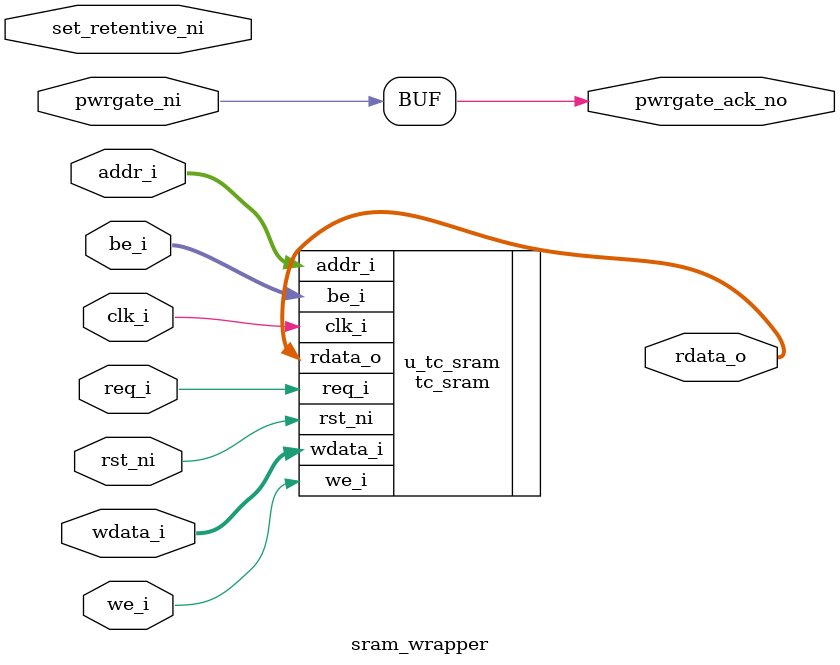
<source format=sv>

module sram_wrapper #(
    parameter int unsigned NumWords = 32'd1024,  // Number of Words in data array
    parameter int unsigned DataWidth = 32'd32,  // Data signal width
    // DEPENDENT PARAMETERS, DO NOT OVERWRITE!
    parameter int unsigned AddrWidth = (NumWords > 32'd1) ? $clog2(NumWords) : 32'd1
) (
    input logic clk_i,
    input logic rst_ni,
    // input ports
    input logic req_i,
    input logic we_i,
    input logic [AddrWidth-1:0] addr_i,
    input logic [DataWidth-1:0] wdata_i,
    input logic [DataWidth/8-1:0] be_i,
    // power manager signals that goes to the ASIC macros
    input logic pwrgate_ni,
    output logic pwrgate_ack_no,
    input logic set_retentive_ni,
    // output ports
    output logic [DataWidth-1:0] rdata_o
);
`ifndef USE_UPF
  assign pwrgate_ack_no = pwrgate_ni;
`endif
  tc_sram #(
      .NumWords (NumWords),
      .DataWidth(DataWidth),
      .NumPorts (32'd1)
  ) u_tc_sram (
      .clk_i  (clk_i),
      .rst_ni (rst_ni),
      .req_i  (req_i),
      .we_i   (we_i),
      .addr_i (addr_i),
      .wdata_i(wdata_i),
      .be_i   (be_i),
      // output ports
      .rdata_o(rdata_o)
  );

endmodule

</source>
